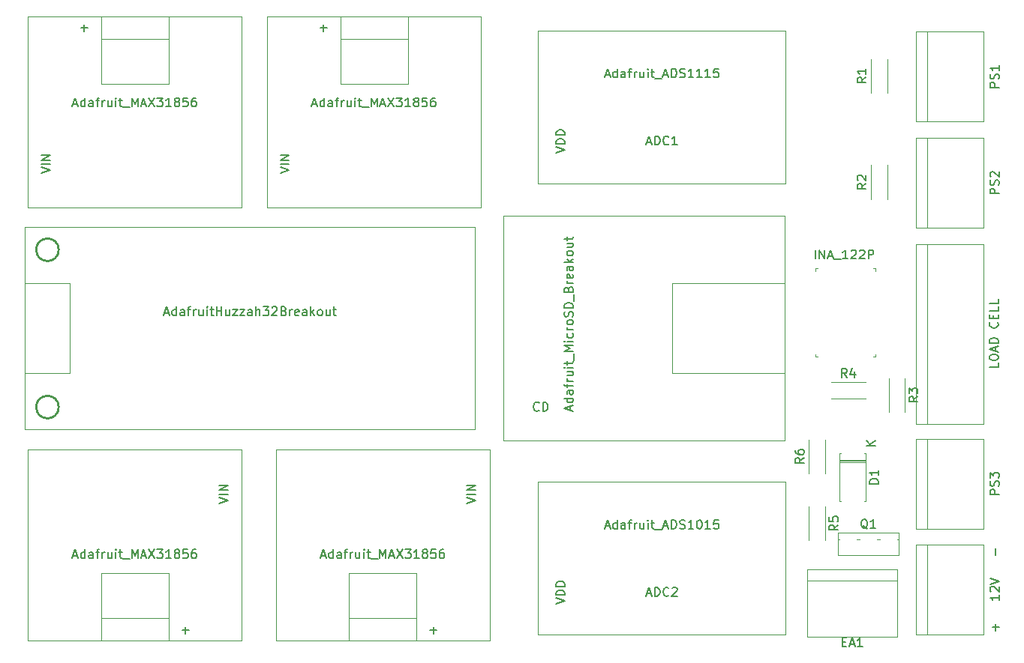
<source format=gbr>
G04 #@! TF.GenerationSoftware,KiCad,Pcbnew,(5.1.6)-1*
G04 #@! TF.CreationDate,2020-12-05T12:47:16+01:00*
G04 #@! TF.ProjectId,Test Stand PCB,54657374-2053-4746-916e-64205043422e,rev?*
G04 #@! TF.SameCoordinates,Original*
G04 #@! TF.FileFunction,Legend,Top*
G04 #@! TF.FilePolarity,Positive*
%FSLAX46Y46*%
G04 Gerber Fmt 4.6, Leading zero omitted, Abs format (unit mm)*
G04 Created by KiCad (PCBNEW (5.1.6)-1) date 2020-12-05 12:47:16*
%MOMM*%
%LPD*%
G01*
G04 APERTURE LIST*
%ADD10C,0.120000*%
%ADD11C,0.100000*%
%ADD12C,0.254000*%
%ADD13C,0.150000*%
G04 APERTURE END LIST*
D10*
X145470000Y-88870000D02*
X142530000Y-88870000D01*
X145470000Y-89110000D02*
X142530000Y-89110000D01*
X145470000Y-88990000D02*
X142530000Y-88990000D01*
X142530000Y-93530000D02*
X142660000Y-93530000D01*
X142530000Y-88090000D02*
X142530000Y-93530000D01*
X142660000Y-88090000D02*
X142530000Y-88090000D01*
X145470000Y-93530000D02*
X145340000Y-93530000D01*
X145470000Y-88090000D02*
X145470000Y-93530000D01*
X145340000Y-88090000D02*
X145470000Y-88090000D01*
X142380000Y-97110000D02*
X149200000Y-97110000D01*
X142380000Y-99650000D02*
X149200000Y-99650000D01*
X142380000Y-97110000D02*
X142380000Y-99650000D01*
X149200000Y-97110000D02*
X149200000Y-99650000D01*
X142380000Y-97849000D02*
X142491000Y-97849000D01*
X144509000Y-97849000D02*
X144782000Y-97849000D01*
X146799000Y-97849000D02*
X147072000Y-97849000D01*
X149089000Y-97849000D02*
X149200000Y-97849000D01*
X140920000Y-90380000D02*
X140920000Y-86540000D01*
X139080000Y-90380000D02*
X139080000Y-86540000D01*
X139080000Y-94120000D02*
X139080000Y-97960000D01*
X140920000Y-94120000D02*
X140920000Y-97960000D01*
X149040000Y-101190000D02*
X138880000Y-101190000D01*
X149040000Y-108810000D02*
X149040000Y-101190000D01*
X138880000Y-108810000D02*
X149040000Y-108810000D01*
X138880000Y-101190000D02*
X138880000Y-108810000D01*
X138880000Y-102460000D02*
X149040000Y-102460000D01*
X123675000Y-68920000D02*
X136375000Y-68920000D01*
X123675000Y-79080000D02*
X123675000Y-68920000D01*
X136375000Y-79080000D02*
X123675000Y-79080000D01*
X136375000Y-61300000D02*
X136375000Y-86700000D01*
X104625000Y-61300000D02*
X136375000Y-61300000D01*
X104625000Y-86700000D02*
X104625000Y-61300000D01*
X136375000Y-86700000D02*
X104625000Y-86700000D01*
X59190000Y-41245000D02*
X66810000Y-41245000D01*
X66810000Y-46325000D02*
X66810000Y-38705000D01*
X59190000Y-46325000D02*
X66810000Y-46325000D01*
X59190000Y-38705000D02*
X59190000Y-46325000D01*
X50935000Y-60295000D02*
X75065000Y-60295000D01*
X50935000Y-38705000D02*
X50935000Y-60295000D01*
X75065000Y-38705000D02*
X50935000Y-38705000D01*
X75065000Y-38705000D02*
X75065000Y-60295000D01*
X66810000Y-106755000D02*
X59190000Y-106755000D01*
X59190000Y-101675000D02*
X59190000Y-109295000D01*
X66810000Y-101675000D02*
X59190000Y-101675000D01*
X66810000Y-109295000D02*
X66810000Y-101675000D01*
X75065000Y-87705000D02*
X50935000Y-87705000D01*
X75065000Y-109295000D02*
X75065000Y-87705000D01*
X50935000Y-109295000D02*
X75065000Y-109295000D01*
X50935000Y-109295000D02*
X50935000Y-87705000D01*
D11*
X146600000Y-76900000D02*
X146600000Y-77200000D01*
X146600000Y-77200000D02*
X146300000Y-77200000D01*
X139800000Y-76900000D02*
X139800000Y-77200000D01*
X139800000Y-77200000D02*
X140100000Y-77200000D01*
X139800000Y-67500000D02*
X139800000Y-67200000D01*
X139800000Y-67200000D02*
X140100000Y-67200000D01*
X146600000Y-67500000D02*
X146600000Y-67200000D01*
X146600000Y-67200000D02*
X146300000Y-67200000D01*
D10*
X94810000Y-106755000D02*
X87190000Y-106755000D01*
X87190000Y-101675000D02*
X87190000Y-109295000D01*
X94810000Y-101675000D02*
X87190000Y-101675000D01*
X94810000Y-109295000D02*
X94810000Y-101675000D01*
X103065000Y-87705000D02*
X78935000Y-87705000D01*
X103065000Y-109295000D02*
X103065000Y-87705000D01*
X78935000Y-109295000D02*
X103065000Y-109295000D01*
X78935000Y-109295000D02*
X78935000Y-87705000D01*
X86190000Y-41245000D02*
X93810000Y-41245000D01*
X93810000Y-46325000D02*
X93810000Y-38705000D01*
X86190000Y-46325000D02*
X93810000Y-46325000D01*
X86190000Y-38705000D02*
X86190000Y-46325000D01*
X77935000Y-60295000D02*
X102065000Y-60295000D01*
X77935000Y-38705000D02*
X77935000Y-60295000D01*
X102065000Y-38705000D02*
X77935000Y-38705000D01*
X102065000Y-38705000D02*
X102065000Y-60295000D01*
X55680000Y-79080000D02*
X50600000Y-79080000D01*
X55680000Y-68920000D02*
X55680000Y-79080000D01*
X50600000Y-68920000D02*
X55680000Y-68920000D01*
X50600000Y-62570000D02*
X50600000Y-85430000D01*
X101400000Y-62570000D02*
X101400000Y-85430000D01*
D12*
X54410000Y-65110000D02*
G75*
G03*
X54410000Y-65110000I-1270000J0D01*
G01*
X54410000Y-82890000D02*
G75*
G03*
X54410000Y-82890000I-1270000J0D01*
G01*
D10*
X50600000Y-62570000D02*
X101400000Y-62570000D01*
X50600000Y-85430000D02*
X101400000Y-85430000D01*
X141620000Y-81920000D02*
X145460000Y-81920000D01*
X141620000Y-80080000D02*
X145460000Y-80080000D01*
X148080000Y-79620000D02*
X148080000Y-83460000D01*
X149920000Y-79620000D02*
X149920000Y-83460000D01*
X147920000Y-59380000D02*
X147920000Y-55540000D01*
X146080000Y-59380000D02*
X146080000Y-55540000D01*
X147920000Y-47380000D02*
X147920000Y-43540000D01*
X146080000Y-47380000D02*
X146080000Y-43540000D01*
X151190000Y-98460000D02*
X151190000Y-108620000D01*
X158810000Y-98460000D02*
X151190000Y-98460000D01*
X158810000Y-108620000D02*
X158810000Y-98460000D01*
X151190000Y-108620000D02*
X158810000Y-108620000D01*
X152460000Y-108620000D02*
X152460000Y-98460000D01*
X151190000Y-64460000D02*
X151190000Y-84780000D01*
X158810000Y-64460000D02*
X158810000Y-84780000D01*
X152460000Y-84780000D02*
X152460000Y-64460000D01*
X151190000Y-84780000D02*
X158810000Y-84780000D01*
X158810000Y-64460000D02*
X151190000Y-64460000D01*
X151190000Y-86460000D02*
X151190000Y-96620000D01*
X158810000Y-86460000D02*
X151190000Y-86460000D01*
X158810000Y-96620000D02*
X158810000Y-86460000D01*
X151190000Y-96620000D02*
X158810000Y-96620000D01*
X152460000Y-96620000D02*
X152460000Y-86460000D01*
X151190000Y-52460000D02*
X151190000Y-62620000D01*
X158810000Y-52460000D02*
X151190000Y-52460000D01*
X158810000Y-62620000D02*
X158810000Y-52460000D01*
X151190000Y-62620000D02*
X158810000Y-62620000D01*
X152460000Y-62620000D02*
X152460000Y-52460000D01*
X151190000Y-40460000D02*
X151190000Y-50620000D01*
X158810000Y-40460000D02*
X151190000Y-40460000D01*
X158810000Y-50620000D02*
X158810000Y-40460000D01*
X151190000Y-50620000D02*
X158810000Y-50620000D01*
X152460000Y-50620000D02*
X152460000Y-40460000D01*
X108530000Y-91364000D02*
X108530000Y-108636000D01*
X136470000Y-91364000D02*
X136470000Y-108636000D01*
X108530000Y-108636000D02*
X136470000Y-108636000D01*
X108530000Y-91364000D02*
X136470000Y-91364000D01*
X108530000Y-40364000D02*
X108530000Y-57636000D01*
X136470000Y-40364000D02*
X136470000Y-57636000D01*
X108530000Y-40364000D02*
X136470000Y-40364000D01*
X108530000Y-57636000D02*
X136470000Y-57636000D01*
D13*
X146922380Y-91548095D02*
X145922380Y-91548095D01*
X145922380Y-91310000D01*
X145970000Y-91167142D01*
X146065238Y-91071904D01*
X146160476Y-91024285D01*
X146350952Y-90976666D01*
X146493809Y-90976666D01*
X146684285Y-91024285D01*
X146779523Y-91071904D01*
X146874761Y-91167142D01*
X146922380Y-91310000D01*
X146922380Y-91548095D01*
X146922380Y-90024285D02*
X146922380Y-90595714D01*
X146922380Y-90310000D02*
X145922380Y-90310000D01*
X146065238Y-90405238D01*
X146160476Y-90500476D01*
X146208095Y-90595714D01*
X146552380Y-87261904D02*
X145552380Y-87261904D01*
X146552380Y-86690476D02*
X145980952Y-87119047D01*
X145552380Y-86690476D02*
X146123809Y-87261904D01*
X145694761Y-96657619D02*
X145599523Y-96610000D01*
X145504285Y-96514761D01*
X145361428Y-96371904D01*
X145266190Y-96324285D01*
X145170952Y-96324285D01*
X145218571Y-96562380D02*
X145123333Y-96514761D01*
X145028095Y-96419523D01*
X144980476Y-96229047D01*
X144980476Y-95895714D01*
X145028095Y-95705238D01*
X145123333Y-95610000D01*
X145218571Y-95562380D01*
X145409047Y-95562380D01*
X145504285Y-95610000D01*
X145599523Y-95705238D01*
X145647142Y-95895714D01*
X145647142Y-96229047D01*
X145599523Y-96419523D01*
X145504285Y-96514761D01*
X145409047Y-96562380D01*
X145218571Y-96562380D01*
X146599523Y-96562380D02*
X146028095Y-96562380D01*
X146313809Y-96562380D02*
X146313809Y-95562380D01*
X146218571Y-95705238D01*
X146123333Y-95800476D01*
X146028095Y-95848095D01*
X138532380Y-88626666D02*
X138056190Y-88960000D01*
X138532380Y-89198095D02*
X137532380Y-89198095D01*
X137532380Y-88817142D01*
X137580000Y-88721904D01*
X137627619Y-88674285D01*
X137722857Y-88626666D01*
X137865714Y-88626666D01*
X137960952Y-88674285D01*
X138008571Y-88721904D01*
X138056190Y-88817142D01*
X138056190Y-89198095D01*
X137532380Y-87769523D02*
X137532380Y-87960000D01*
X137580000Y-88055238D01*
X137627619Y-88102857D01*
X137770476Y-88198095D01*
X137960952Y-88245714D01*
X138341904Y-88245714D01*
X138437142Y-88198095D01*
X138484761Y-88150476D01*
X138532380Y-88055238D01*
X138532380Y-87864761D01*
X138484761Y-87769523D01*
X138437142Y-87721904D01*
X138341904Y-87674285D01*
X138103809Y-87674285D01*
X138008571Y-87721904D01*
X137960952Y-87769523D01*
X137913333Y-87864761D01*
X137913333Y-88055238D01*
X137960952Y-88150476D01*
X138008571Y-88198095D01*
X138103809Y-88245714D01*
X142372380Y-96206666D02*
X141896190Y-96540000D01*
X142372380Y-96778095D02*
X141372380Y-96778095D01*
X141372380Y-96397142D01*
X141420000Y-96301904D01*
X141467619Y-96254285D01*
X141562857Y-96206666D01*
X141705714Y-96206666D01*
X141800952Y-96254285D01*
X141848571Y-96301904D01*
X141896190Y-96397142D01*
X141896190Y-96778095D01*
X141372380Y-95301904D02*
X141372380Y-95778095D01*
X141848571Y-95825714D01*
X141800952Y-95778095D01*
X141753333Y-95682857D01*
X141753333Y-95444761D01*
X141800952Y-95349523D01*
X141848571Y-95301904D01*
X141943809Y-95254285D01*
X142181904Y-95254285D01*
X142277142Y-95301904D01*
X142324761Y-95349523D01*
X142372380Y-95444761D01*
X142372380Y-95682857D01*
X142324761Y-95778095D01*
X142277142Y-95825714D01*
X142840952Y-109428571D02*
X143174285Y-109428571D01*
X143317142Y-109952380D02*
X142840952Y-109952380D01*
X142840952Y-108952380D01*
X143317142Y-108952380D01*
X143698095Y-109666666D02*
X144174285Y-109666666D01*
X143602857Y-109952380D02*
X143936190Y-108952380D01*
X144269523Y-109952380D01*
X145126666Y-109952380D02*
X144555238Y-109952380D01*
X144840952Y-109952380D02*
X144840952Y-108952380D01*
X144745714Y-109095238D01*
X144650476Y-109190476D01*
X144555238Y-109238095D01*
X112166666Y-83238095D02*
X112166666Y-82761904D01*
X112452380Y-83333333D02*
X111452380Y-83000000D01*
X112452380Y-82666666D01*
X112452380Y-81904761D02*
X111452380Y-81904761D01*
X112404761Y-81904761D02*
X112452380Y-82000000D01*
X112452380Y-82190476D01*
X112404761Y-82285714D01*
X112357142Y-82333333D01*
X112261904Y-82380952D01*
X111976190Y-82380952D01*
X111880952Y-82333333D01*
X111833333Y-82285714D01*
X111785714Y-82190476D01*
X111785714Y-82000000D01*
X111833333Y-81904761D01*
X112452380Y-81000000D02*
X111928571Y-81000000D01*
X111833333Y-81047619D01*
X111785714Y-81142857D01*
X111785714Y-81333333D01*
X111833333Y-81428571D01*
X112404761Y-81000000D02*
X112452380Y-81095238D01*
X112452380Y-81333333D01*
X112404761Y-81428571D01*
X112309523Y-81476190D01*
X112214285Y-81476190D01*
X112119047Y-81428571D01*
X112071428Y-81333333D01*
X112071428Y-81095238D01*
X112023809Y-81000000D01*
X111785714Y-80666666D02*
X111785714Y-80285714D01*
X112452380Y-80523809D02*
X111595238Y-80523809D01*
X111500000Y-80476190D01*
X111452380Y-80380952D01*
X111452380Y-80285714D01*
X112452380Y-79952380D02*
X111785714Y-79952380D01*
X111976190Y-79952380D02*
X111880952Y-79904761D01*
X111833333Y-79857142D01*
X111785714Y-79761904D01*
X111785714Y-79666666D01*
X111785714Y-78904761D02*
X112452380Y-78904761D01*
X111785714Y-79333333D02*
X112309523Y-79333333D01*
X112404761Y-79285714D01*
X112452380Y-79190476D01*
X112452380Y-79047619D01*
X112404761Y-78952380D01*
X112357142Y-78904761D01*
X112452380Y-78428571D02*
X111785714Y-78428571D01*
X111452380Y-78428571D02*
X111500000Y-78476190D01*
X111547619Y-78428571D01*
X111500000Y-78380952D01*
X111452380Y-78428571D01*
X111547619Y-78428571D01*
X111785714Y-78095238D02*
X111785714Y-77714285D01*
X111452380Y-77952380D02*
X112309523Y-77952380D01*
X112404761Y-77904761D01*
X112452380Y-77809523D01*
X112452380Y-77714285D01*
X112547619Y-77619047D02*
X112547619Y-76857142D01*
X112452380Y-76619047D02*
X111452380Y-76619047D01*
X112166666Y-76285714D01*
X111452380Y-75952380D01*
X112452380Y-75952380D01*
X112452380Y-75476190D02*
X111785714Y-75476190D01*
X111452380Y-75476190D02*
X111500000Y-75523809D01*
X111547619Y-75476190D01*
X111500000Y-75428571D01*
X111452380Y-75476190D01*
X111547619Y-75476190D01*
X112404761Y-74571428D02*
X112452380Y-74666666D01*
X112452380Y-74857142D01*
X112404761Y-74952380D01*
X112357142Y-75000000D01*
X112261904Y-75047619D01*
X111976190Y-75047619D01*
X111880952Y-75000000D01*
X111833333Y-74952380D01*
X111785714Y-74857142D01*
X111785714Y-74666666D01*
X111833333Y-74571428D01*
X112452380Y-74142857D02*
X111785714Y-74142857D01*
X111976190Y-74142857D02*
X111880952Y-74095238D01*
X111833333Y-74047619D01*
X111785714Y-73952380D01*
X111785714Y-73857142D01*
X112452380Y-73380952D02*
X112404761Y-73476190D01*
X112357142Y-73523809D01*
X112261904Y-73571428D01*
X111976190Y-73571428D01*
X111880952Y-73523809D01*
X111833333Y-73476190D01*
X111785714Y-73380952D01*
X111785714Y-73238095D01*
X111833333Y-73142857D01*
X111880952Y-73095238D01*
X111976190Y-73047619D01*
X112261904Y-73047619D01*
X112357142Y-73095238D01*
X112404761Y-73142857D01*
X112452380Y-73238095D01*
X112452380Y-73380952D01*
X112404761Y-72666666D02*
X112452380Y-72523809D01*
X112452380Y-72285714D01*
X112404761Y-72190476D01*
X112357142Y-72142857D01*
X112261904Y-72095238D01*
X112166666Y-72095238D01*
X112071428Y-72142857D01*
X112023809Y-72190476D01*
X111976190Y-72285714D01*
X111928571Y-72476190D01*
X111880952Y-72571428D01*
X111833333Y-72619047D01*
X111738095Y-72666666D01*
X111642857Y-72666666D01*
X111547619Y-72619047D01*
X111500000Y-72571428D01*
X111452380Y-72476190D01*
X111452380Y-72238095D01*
X111500000Y-72095238D01*
X112452380Y-71666666D02*
X111452380Y-71666666D01*
X111452380Y-71428571D01*
X111500000Y-71285714D01*
X111595238Y-71190476D01*
X111690476Y-71142857D01*
X111880952Y-71095238D01*
X112023809Y-71095238D01*
X112214285Y-71142857D01*
X112309523Y-71190476D01*
X112404761Y-71285714D01*
X112452380Y-71428571D01*
X112452380Y-71666666D01*
X112547619Y-70904761D02*
X112547619Y-70142857D01*
X111928571Y-69571428D02*
X111976190Y-69428571D01*
X112023809Y-69380952D01*
X112119047Y-69333333D01*
X112261904Y-69333333D01*
X112357142Y-69380952D01*
X112404761Y-69428571D01*
X112452380Y-69523809D01*
X112452380Y-69904761D01*
X111452380Y-69904761D01*
X111452380Y-69571428D01*
X111500000Y-69476190D01*
X111547619Y-69428571D01*
X111642857Y-69380952D01*
X111738095Y-69380952D01*
X111833333Y-69428571D01*
X111880952Y-69476190D01*
X111928571Y-69571428D01*
X111928571Y-69904761D01*
X112452380Y-68904761D02*
X111785714Y-68904761D01*
X111976190Y-68904761D02*
X111880952Y-68857142D01*
X111833333Y-68809523D01*
X111785714Y-68714285D01*
X111785714Y-68619047D01*
X112404761Y-67904761D02*
X112452380Y-68000000D01*
X112452380Y-68190476D01*
X112404761Y-68285714D01*
X112309523Y-68333333D01*
X111928571Y-68333333D01*
X111833333Y-68285714D01*
X111785714Y-68190476D01*
X111785714Y-68000000D01*
X111833333Y-67904761D01*
X111928571Y-67857142D01*
X112023809Y-67857142D01*
X112119047Y-68333333D01*
X112452380Y-67000000D02*
X111928571Y-67000000D01*
X111833333Y-67047619D01*
X111785714Y-67142857D01*
X111785714Y-67333333D01*
X111833333Y-67428571D01*
X112404761Y-67000000D02*
X112452380Y-67095238D01*
X112452380Y-67333333D01*
X112404761Y-67428571D01*
X112309523Y-67476190D01*
X112214285Y-67476190D01*
X112119047Y-67428571D01*
X112071428Y-67333333D01*
X112071428Y-67095238D01*
X112023809Y-67000000D01*
X112452380Y-66523809D02*
X111452380Y-66523809D01*
X112071428Y-66428571D02*
X112452380Y-66142857D01*
X111785714Y-66142857D02*
X112166666Y-66523809D01*
X112452380Y-65571428D02*
X112404761Y-65666666D01*
X112357142Y-65714285D01*
X112261904Y-65761904D01*
X111976190Y-65761904D01*
X111880952Y-65714285D01*
X111833333Y-65666666D01*
X111785714Y-65571428D01*
X111785714Y-65428571D01*
X111833333Y-65333333D01*
X111880952Y-65285714D01*
X111976190Y-65238095D01*
X112261904Y-65238095D01*
X112357142Y-65285714D01*
X112404761Y-65333333D01*
X112452380Y-65428571D01*
X112452380Y-65571428D01*
X111785714Y-64380952D02*
X112452380Y-64380952D01*
X111785714Y-64809523D02*
X112309523Y-64809523D01*
X112404761Y-64761904D01*
X112452380Y-64666666D01*
X112452380Y-64523809D01*
X112404761Y-64428571D01*
X112357142Y-64380952D01*
X111785714Y-64047619D02*
X111785714Y-63666666D01*
X111452380Y-63904761D02*
X112309523Y-63904761D01*
X112404761Y-63857142D01*
X112452380Y-63761904D01*
X112452380Y-63666666D01*
X108625523Y-83247142D02*
X108577904Y-83294761D01*
X108435047Y-83342380D01*
X108339809Y-83342380D01*
X108196952Y-83294761D01*
X108101714Y-83199523D01*
X108054095Y-83104285D01*
X108006476Y-82913809D01*
X108006476Y-82770952D01*
X108054095Y-82580476D01*
X108101714Y-82485238D01*
X108196952Y-82390000D01*
X108339809Y-82342380D01*
X108435047Y-82342380D01*
X108577904Y-82390000D01*
X108625523Y-82437619D01*
X109054095Y-83342380D02*
X109054095Y-82342380D01*
X109292190Y-82342380D01*
X109435047Y-82390000D01*
X109530285Y-82485238D01*
X109577904Y-82580476D01*
X109625523Y-82770952D01*
X109625523Y-82913809D01*
X109577904Y-83104285D01*
X109530285Y-83199523D01*
X109435047Y-83294761D01*
X109292190Y-83342380D01*
X109054095Y-83342380D01*
X56047619Y-48650666D02*
X56523809Y-48650666D01*
X55952380Y-48936380D02*
X56285714Y-47936380D01*
X56619047Y-48936380D01*
X57380952Y-48936380D02*
X57380952Y-47936380D01*
X57380952Y-48888761D02*
X57285714Y-48936380D01*
X57095238Y-48936380D01*
X57000000Y-48888761D01*
X56952380Y-48841142D01*
X56904761Y-48745904D01*
X56904761Y-48460190D01*
X56952380Y-48364952D01*
X57000000Y-48317333D01*
X57095238Y-48269714D01*
X57285714Y-48269714D01*
X57380952Y-48317333D01*
X58285714Y-48936380D02*
X58285714Y-48412571D01*
X58238095Y-48317333D01*
X58142857Y-48269714D01*
X57952380Y-48269714D01*
X57857142Y-48317333D01*
X58285714Y-48888761D02*
X58190476Y-48936380D01*
X57952380Y-48936380D01*
X57857142Y-48888761D01*
X57809523Y-48793523D01*
X57809523Y-48698285D01*
X57857142Y-48603047D01*
X57952380Y-48555428D01*
X58190476Y-48555428D01*
X58285714Y-48507809D01*
X58619047Y-48269714D02*
X59000000Y-48269714D01*
X58761904Y-48936380D02*
X58761904Y-48079238D01*
X58809523Y-47984000D01*
X58904761Y-47936380D01*
X59000000Y-47936380D01*
X59333333Y-48936380D02*
X59333333Y-48269714D01*
X59333333Y-48460190D02*
X59380952Y-48364952D01*
X59428571Y-48317333D01*
X59523809Y-48269714D01*
X59619047Y-48269714D01*
X60380952Y-48269714D02*
X60380952Y-48936380D01*
X59952380Y-48269714D02*
X59952380Y-48793523D01*
X60000000Y-48888761D01*
X60095238Y-48936380D01*
X60238095Y-48936380D01*
X60333333Y-48888761D01*
X60380952Y-48841142D01*
X60857142Y-48936380D02*
X60857142Y-48269714D01*
X60857142Y-47936380D02*
X60809523Y-47984000D01*
X60857142Y-48031619D01*
X60904761Y-47984000D01*
X60857142Y-47936380D01*
X60857142Y-48031619D01*
X61190476Y-48269714D02*
X61571428Y-48269714D01*
X61333333Y-47936380D02*
X61333333Y-48793523D01*
X61380952Y-48888761D01*
X61476190Y-48936380D01*
X61571428Y-48936380D01*
X61666666Y-49031619D02*
X62428571Y-49031619D01*
X62666666Y-48936380D02*
X62666666Y-47936380D01*
X63000000Y-48650666D01*
X63333333Y-47936380D01*
X63333333Y-48936380D01*
X63761904Y-48650666D02*
X64238095Y-48650666D01*
X63666666Y-48936380D02*
X64000000Y-47936380D01*
X64333333Y-48936380D01*
X64571428Y-47936380D02*
X65238095Y-48936380D01*
X65238095Y-47936380D02*
X64571428Y-48936380D01*
X65523809Y-47936380D02*
X66142857Y-47936380D01*
X65809523Y-48317333D01*
X65952380Y-48317333D01*
X66047619Y-48364952D01*
X66095238Y-48412571D01*
X66142857Y-48507809D01*
X66142857Y-48745904D01*
X66095238Y-48841142D01*
X66047619Y-48888761D01*
X65952380Y-48936380D01*
X65666666Y-48936380D01*
X65571428Y-48888761D01*
X65523809Y-48841142D01*
X67095238Y-48936380D02*
X66523809Y-48936380D01*
X66809523Y-48936380D02*
X66809523Y-47936380D01*
X66714285Y-48079238D01*
X66619047Y-48174476D01*
X66523809Y-48222095D01*
X67666666Y-48364952D02*
X67571428Y-48317333D01*
X67523809Y-48269714D01*
X67476190Y-48174476D01*
X67476190Y-48126857D01*
X67523809Y-48031619D01*
X67571428Y-47984000D01*
X67666666Y-47936380D01*
X67857142Y-47936380D01*
X67952380Y-47984000D01*
X68000000Y-48031619D01*
X68047619Y-48126857D01*
X68047619Y-48174476D01*
X68000000Y-48269714D01*
X67952380Y-48317333D01*
X67857142Y-48364952D01*
X67666666Y-48364952D01*
X67571428Y-48412571D01*
X67523809Y-48460190D01*
X67476190Y-48555428D01*
X67476190Y-48745904D01*
X67523809Y-48841142D01*
X67571428Y-48888761D01*
X67666666Y-48936380D01*
X67857142Y-48936380D01*
X67952380Y-48888761D01*
X68000000Y-48841142D01*
X68047619Y-48745904D01*
X68047619Y-48555428D01*
X68000000Y-48460190D01*
X67952380Y-48412571D01*
X67857142Y-48364952D01*
X68952380Y-47936380D02*
X68476190Y-47936380D01*
X68428571Y-48412571D01*
X68476190Y-48364952D01*
X68571428Y-48317333D01*
X68809523Y-48317333D01*
X68904761Y-48364952D01*
X68952380Y-48412571D01*
X69000000Y-48507809D01*
X69000000Y-48745904D01*
X68952380Y-48841142D01*
X68904761Y-48888761D01*
X68809523Y-48936380D01*
X68571428Y-48936380D01*
X68476190Y-48888761D01*
X68428571Y-48841142D01*
X69857142Y-47936380D02*
X69666666Y-47936380D01*
X69571428Y-47984000D01*
X69523809Y-48031619D01*
X69428571Y-48174476D01*
X69380952Y-48364952D01*
X69380952Y-48745904D01*
X69428571Y-48841142D01*
X69476190Y-48888761D01*
X69571428Y-48936380D01*
X69761904Y-48936380D01*
X69857142Y-48888761D01*
X69904761Y-48841142D01*
X69952380Y-48745904D01*
X69952380Y-48507809D01*
X69904761Y-48412571D01*
X69857142Y-48364952D01*
X69761904Y-48317333D01*
X69571428Y-48317333D01*
X69476190Y-48364952D01*
X69428571Y-48412571D01*
X69380952Y-48507809D01*
X56904047Y-40046428D02*
X57665952Y-40046428D01*
X57285000Y-40427380D02*
X57285000Y-39665476D01*
X52419380Y-56437238D02*
X53419380Y-56103904D01*
X52419380Y-55770571D01*
X53419380Y-55437238D02*
X52419380Y-55437238D01*
X53419380Y-54961047D02*
X52419380Y-54961047D01*
X53419380Y-54389619D01*
X52419380Y-54389619D01*
X56047619Y-99682666D02*
X56523809Y-99682666D01*
X55952380Y-99968380D02*
X56285714Y-98968380D01*
X56619047Y-99968380D01*
X57380952Y-99968380D02*
X57380952Y-98968380D01*
X57380952Y-99920761D02*
X57285714Y-99968380D01*
X57095238Y-99968380D01*
X57000000Y-99920761D01*
X56952380Y-99873142D01*
X56904761Y-99777904D01*
X56904761Y-99492190D01*
X56952380Y-99396952D01*
X57000000Y-99349333D01*
X57095238Y-99301714D01*
X57285714Y-99301714D01*
X57380952Y-99349333D01*
X58285714Y-99968380D02*
X58285714Y-99444571D01*
X58238095Y-99349333D01*
X58142857Y-99301714D01*
X57952380Y-99301714D01*
X57857142Y-99349333D01*
X58285714Y-99920761D02*
X58190476Y-99968380D01*
X57952380Y-99968380D01*
X57857142Y-99920761D01*
X57809523Y-99825523D01*
X57809523Y-99730285D01*
X57857142Y-99635047D01*
X57952380Y-99587428D01*
X58190476Y-99587428D01*
X58285714Y-99539809D01*
X58619047Y-99301714D02*
X59000000Y-99301714D01*
X58761904Y-99968380D02*
X58761904Y-99111238D01*
X58809523Y-99016000D01*
X58904761Y-98968380D01*
X59000000Y-98968380D01*
X59333333Y-99968380D02*
X59333333Y-99301714D01*
X59333333Y-99492190D02*
X59380952Y-99396952D01*
X59428571Y-99349333D01*
X59523809Y-99301714D01*
X59619047Y-99301714D01*
X60380952Y-99301714D02*
X60380952Y-99968380D01*
X59952380Y-99301714D02*
X59952380Y-99825523D01*
X60000000Y-99920761D01*
X60095238Y-99968380D01*
X60238095Y-99968380D01*
X60333333Y-99920761D01*
X60380952Y-99873142D01*
X60857142Y-99968380D02*
X60857142Y-99301714D01*
X60857142Y-98968380D02*
X60809523Y-99016000D01*
X60857142Y-99063619D01*
X60904761Y-99016000D01*
X60857142Y-98968380D01*
X60857142Y-99063619D01*
X61190476Y-99301714D02*
X61571428Y-99301714D01*
X61333333Y-98968380D02*
X61333333Y-99825523D01*
X61380952Y-99920761D01*
X61476190Y-99968380D01*
X61571428Y-99968380D01*
X61666666Y-100063619D02*
X62428571Y-100063619D01*
X62666666Y-99968380D02*
X62666666Y-98968380D01*
X63000000Y-99682666D01*
X63333333Y-98968380D01*
X63333333Y-99968380D01*
X63761904Y-99682666D02*
X64238095Y-99682666D01*
X63666666Y-99968380D02*
X64000000Y-98968380D01*
X64333333Y-99968380D01*
X64571428Y-98968380D02*
X65238095Y-99968380D01*
X65238095Y-98968380D02*
X64571428Y-99968380D01*
X65523809Y-98968380D02*
X66142857Y-98968380D01*
X65809523Y-99349333D01*
X65952380Y-99349333D01*
X66047619Y-99396952D01*
X66095238Y-99444571D01*
X66142857Y-99539809D01*
X66142857Y-99777904D01*
X66095238Y-99873142D01*
X66047619Y-99920761D01*
X65952380Y-99968380D01*
X65666666Y-99968380D01*
X65571428Y-99920761D01*
X65523809Y-99873142D01*
X67095238Y-99968380D02*
X66523809Y-99968380D01*
X66809523Y-99968380D02*
X66809523Y-98968380D01*
X66714285Y-99111238D01*
X66619047Y-99206476D01*
X66523809Y-99254095D01*
X67666666Y-99396952D02*
X67571428Y-99349333D01*
X67523809Y-99301714D01*
X67476190Y-99206476D01*
X67476190Y-99158857D01*
X67523809Y-99063619D01*
X67571428Y-99016000D01*
X67666666Y-98968380D01*
X67857142Y-98968380D01*
X67952380Y-99016000D01*
X68000000Y-99063619D01*
X68047619Y-99158857D01*
X68047619Y-99206476D01*
X68000000Y-99301714D01*
X67952380Y-99349333D01*
X67857142Y-99396952D01*
X67666666Y-99396952D01*
X67571428Y-99444571D01*
X67523809Y-99492190D01*
X67476190Y-99587428D01*
X67476190Y-99777904D01*
X67523809Y-99873142D01*
X67571428Y-99920761D01*
X67666666Y-99968380D01*
X67857142Y-99968380D01*
X67952380Y-99920761D01*
X68000000Y-99873142D01*
X68047619Y-99777904D01*
X68047619Y-99587428D01*
X68000000Y-99492190D01*
X67952380Y-99444571D01*
X67857142Y-99396952D01*
X68952380Y-98968380D02*
X68476190Y-98968380D01*
X68428571Y-99444571D01*
X68476190Y-99396952D01*
X68571428Y-99349333D01*
X68809523Y-99349333D01*
X68904761Y-99396952D01*
X68952380Y-99444571D01*
X69000000Y-99539809D01*
X69000000Y-99777904D01*
X68952380Y-99873142D01*
X68904761Y-99920761D01*
X68809523Y-99968380D01*
X68571428Y-99968380D01*
X68476190Y-99920761D01*
X68428571Y-99873142D01*
X69857142Y-98968380D02*
X69666666Y-98968380D01*
X69571428Y-99016000D01*
X69523809Y-99063619D01*
X69428571Y-99206476D01*
X69380952Y-99396952D01*
X69380952Y-99777904D01*
X69428571Y-99873142D01*
X69476190Y-99920761D01*
X69571428Y-99968380D01*
X69761904Y-99968380D01*
X69857142Y-99920761D01*
X69904761Y-99873142D01*
X69952380Y-99777904D01*
X69952380Y-99539809D01*
X69904761Y-99444571D01*
X69857142Y-99396952D01*
X69761904Y-99349333D01*
X69571428Y-99349333D01*
X69476190Y-99396952D01*
X69428571Y-99444571D01*
X69380952Y-99539809D01*
X68334047Y-108096428D02*
X69095952Y-108096428D01*
X68715000Y-108477380D02*
X68715000Y-107715476D01*
X72485380Y-93753238D02*
X73485380Y-93419904D01*
X72485380Y-93086571D01*
X73485380Y-92753238D02*
X72485380Y-92753238D01*
X73485380Y-92277047D02*
X72485380Y-92277047D01*
X73485380Y-91705619D01*
X72485380Y-91705619D01*
X139798095Y-66122380D02*
X139798095Y-65122380D01*
X140274285Y-66122380D02*
X140274285Y-65122380D01*
X140845714Y-66122380D01*
X140845714Y-65122380D01*
X141274285Y-65836666D02*
X141750476Y-65836666D01*
X141179047Y-66122380D02*
X141512380Y-65122380D01*
X141845714Y-66122380D01*
X141940952Y-66217619D02*
X142702857Y-66217619D01*
X143464761Y-66122380D02*
X142893333Y-66122380D01*
X143179047Y-66122380D02*
X143179047Y-65122380D01*
X143083809Y-65265238D01*
X142988571Y-65360476D01*
X142893333Y-65408095D01*
X143845714Y-65217619D02*
X143893333Y-65170000D01*
X143988571Y-65122380D01*
X144226666Y-65122380D01*
X144321904Y-65170000D01*
X144369523Y-65217619D01*
X144417142Y-65312857D01*
X144417142Y-65408095D01*
X144369523Y-65550952D01*
X143798095Y-66122380D01*
X144417142Y-66122380D01*
X144798095Y-65217619D02*
X144845714Y-65170000D01*
X144940952Y-65122380D01*
X145179047Y-65122380D01*
X145274285Y-65170000D01*
X145321904Y-65217619D01*
X145369523Y-65312857D01*
X145369523Y-65408095D01*
X145321904Y-65550952D01*
X144750476Y-66122380D01*
X145369523Y-66122380D01*
X145798095Y-66122380D02*
X145798095Y-65122380D01*
X146179047Y-65122380D01*
X146274285Y-65170000D01*
X146321904Y-65217619D01*
X146369523Y-65312857D01*
X146369523Y-65455714D01*
X146321904Y-65550952D01*
X146274285Y-65598571D01*
X146179047Y-65646190D01*
X145798095Y-65646190D01*
X84047619Y-99682666D02*
X84523809Y-99682666D01*
X83952380Y-99968380D02*
X84285714Y-98968380D01*
X84619047Y-99968380D01*
X85380952Y-99968380D02*
X85380952Y-98968380D01*
X85380952Y-99920761D02*
X85285714Y-99968380D01*
X85095238Y-99968380D01*
X85000000Y-99920761D01*
X84952380Y-99873142D01*
X84904761Y-99777904D01*
X84904761Y-99492190D01*
X84952380Y-99396952D01*
X85000000Y-99349333D01*
X85095238Y-99301714D01*
X85285714Y-99301714D01*
X85380952Y-99349333D01*
X86285714Y-99968380D02*
X86285714Y-99444571D01*
X86238095Y-99349333D01*
X86142857Y-99301714D01*
X85952380Y-99301714D01*
X85857142Y-99349333D01*
X86285714Y-99920761D02*
X86190476Y-99968380D01*
X85952380Y-99968380D01*
X85857142Y-99920761D01*
X85809523Y-99825523D01*
X85809523Y-99730285D01*
X85857142Y-99635047D01*
X85952380Y-99587428D01*
X86190476Y-99587428D01*
X86285714Y-99539809D01*
X86619047Y-99301714D02*
X87000000Y-99301714D01*
X86761904Y-99968380D02*
X86761904Y-99111238D01*
X86809523Y-99016000D01*
X86904761Y-98968380D01*
X87000000Y-98968380D01*
X87333333Y-99968380D02*
X87333333Y-99301714D01*
X87333333Y-99492190D02*
X87380952Y-99396952D01*
X87428571Y-99349333D01*
X87523809Y-99301714D01*
X87619047Y-99301714D01*
X88380952Y-99301714D02*
X88380952Y-99968380D01*
X87952380Y-99301714D02*
X87952380Y-99825523D01*
X88000000Y-99920761D01*
X88095238Y-99968380D01*
X88238095Y-99968380D01*
X88333333Y-99920761D01*
X88380952Y-99873142D01*
X88857142Y-99968380D02*
X88857142Y-99301714D01*
X88857142Y-98968380D02*
X88809523Y-99016000D01*
X88857142Y-99063619D01*
X88904761Y-99016000D01*
X88857142Y-98968380D01*
X88857142Y-99063619D01*
X89190476Y-99301714D02*
X89571428Y-99301714D01*
X89333333Y-98968380D02*
X89333333Y-99825523D01*
X89380952Y-99920761D01*
X89476190Y-99968380D01*
X89571428Y-99968380D01*
X89666666Y-100063619D02*
X90428571Y-100063619D01*
X90666666Y-99968380D02*
X90666666Y-98968380D01*
X91000000Y-99682666D01*
X91333333Y-98968380D01*
X91333333Y-99968380D01*
X91761904Y-99682666D02*
X92238095Y-99682666D01*
X91666666Y-99968380D02*
X91999999Y-98968380D01*
X92333333Y-99968380D01*
X92571428Y-98968380D02*
X93238095Y-99968380D01*
X93238095Y-98968380D02*
X92571428Y-99968380D01*
X93523809Y-98968380D02*
X94142857Y-98968380D01*
X93809523Y-99349333D01*
X93952380Y-99349333D01*
X94047619Y-99396952D01*
X94095238Y-99444571D01*
X94142857Y-99539809D01*
X94142857Y-99777904D01*
X94095238Y-99873142D01*
X94047619Y-99920761D01*
X93952380Y-99968380D01*
X93666666Y-99968380D01*
X93571428Y-99920761D01*
X93523809Y-99873142D01*
X95095238Y-99968380D02*
X94523809Y-99968380D01*
X94809523Y-99968380D02*
X94809523Y-98968380D01*
X94714285Y-99111238D01*
X94619047Y-99206476D01*
X94523809Y-99254095D01*
X95666666Y-99396952D02*
X95571428Y-99349333D01*
X95523809Y-99301714D01*
X95476190Y-99206476D01*
X95476190Y-99158857D01*
X95523809Y-99063619D01*
X95571428Y-99016000D01*
X95666666Y-98968380D01*
X95857142Y-98968380D01*
X95952380Y-99016000D01*
X95999999Y-99063619D01*
X96047619Y-99158857D01*
X96047619Y-99206476D01*
X95999999Y-99301714D01*
X95952380Y-99349333D01*
X95857142Y-99396952D01*
X95666666Y-99396952D01*
X95571428Y-99444571D01*
X95523809Y-99492190D01*
X95476190Y-99587428D01*
X95476190Y-99777904D01*
X95523809Y-99873142D01*
X95571428Y-99920761D01*
X95666666Y-99968380D01*
X95857142Y-99968380D01*
X95952380Y-99920761D01*
X95999999Y-99873142D01*
X96047619Y-99777904D01*
X96047619Y-99587428D01*
X95999999Y-99492190D01*
X95952380Y-99444571D01*
X95857142Y-99396952D01*
X96952380Y-98968380D02*
X96476190Y-98968380D01*
X96428571Y-99444571D01*
X96476190Y-99396952D01*
X96571428Y-99349333D01*
X96809523Y-99349333D01*
X96904761Y-99396952D01*
X96952380Y-99444571D01*
X96999999Y-99539809D01*
X96999999Y-99777904D01*
X96952380Y-99873142D01*
X96904761Y-99920761D01*
X96809523Y-99968380D01*
X96571428Y-99968380D01*
X96476190Y-99920761D01*
X96428571Y-99873142D01*
X97857142Y-98968380D02*
X97666666Y-98968380D01*
X97571428Y-99016000D01*
X97523809Y-99063619D01*
X97428571Y-99206476D01*
X97380952Y-99396952D01*
X97380952Y-99777904D01*
X97428571Y-99873142D01*
X97476190Y-99920761D01*
X97571428Y-99968380D01*
X97761904Y-99968380D01*
X97857142Y-99920761D01*
X97904761Y-99873142D01*
X97952380Y-99777904D01*
X97952380Y-99539809D01*
X97904761Y-99444571D01*
X97857142Y-99396952D01*
X97761904Y-99349333D01*
X97571428Y-99349333D01*
X97476190Y-99396952D01*
X97428571Y-99444571D01*
X97380952Y-99539809D01*
X96334047Y-108096428D02*
X97095952Y-108096428D01*
X96715000Y-108477380D02*
X96715000Y-107715476D01*
X100485380Y-93753238D02*
X101485380Y-93419904D01*
X100485380Y-93086571D01*
X101485380Y-92753238D02*
X100485380Y-92753238D01*
X101485380Y-92277047D02*
X100485380Y-92277047D01*
X101485380Y-91705619D01*
X100485380Y-91705619D01*
X83047619Y-48650666D02*
X83523809Y-48650666D01*
X82952380Y-48936380D02*
X83285714Y-47936380D01*
X83619047Y-48936380D01*
X84380952Y-48936380D02*
X84380952Y-47936380D01*
X84380952Y-48888761D02*
X84285714Y-48936380D01*
X84095238Y-48936380D01*
X84000000Y-48888761D01*
X83952380Y-48841142D01*
X83904761Y-48745904D01*
X83904761Y-48460190D01*
X83952380Y-48364952D01*
X84000000Y-48317333D01*
X84095238Y-48269714D01*
X84285714Y-48269714D01*
X84380952Y-48317333D01*
X85285714Y-48936380D02*
X85285714Y-48412571D01*
X85238095Y-48317333D01*
X85142857Y-48269714D01*
X84952380Y-48269714D01*
X84857142Y-48317333D01*
X85285714Y-48888761D02*
X85190476Y-48936380D01*
X84952380Y-48936380D01*
X84857142Y-48888761D01*
X84809523Y-48793523D01*
X84809523Y-48698285D01*
X84857142Y-48603047D01*
X84952380Y-48555428D01*
X85190476Y-48555428D01*
X85285714Y-48507809D01*
X85619047Y-48269714D02*
X86000000Y-48269714D01*
X85761904Y-48936380D02*
X85761904Y-48079238D01*
X85809523Y-47984000D01*
X85904761Y-47936380D01*
X86000000Y-47936380D01*
X86333333Y-48936380D02*
X86333333Y-48269714D01*
X86333333Y-48460190D02*
X86380952Y-48364952D01*
X86428571Y-48317333D01*
X86523809Y-48269714D01*
X86619047Y-48269714D01*
X87380952Y-48269714D02*
X87380952Y-48936380D01*
X86952380Y-48269714D02*
X86952380Y-48793523D01*
X87000000Y-48888761D01*
X87095238Y-48936380D01*
X87238095Y-48936380D01*
X87333333Y-48888761D01*
X87380952Y-48841142D01*
X87857142Y-48936380D02*
X87857142Y-48269714D01*
X87857142Y-47936380D02*
X87809523Y-47984000D01*
X87857142Y-48031619D01*
X87904761Y-47984000D01*
X87857142Y-47936380D01*
X87857142Y-48031619D01*
X88190476Y-48269714D02*
X88571428Y-48269714D01*
X88333333Y-47936380D02*
X88333333Y-48793523D01*
X88380952Y-48888761D01*
X88476190Y-48936380D01*
X88571428Y-48936380D01*
X88666666Y-49031619D02*
X89428571Y-49031619D01*
X89666666Y-48936380D02*
X89666666Y-47936380D01*
X90000000Y-48650666D01*
X90333333Y-47936380D01*
X90333333Y-48936380D01*
X90761904Y-48650666D02*
X91238095Y-48650666D01*
X90666666Y-48936380D02*
X90999999Y-47936380D01*
X91333333Y-48936380D01*
X91571428Y-47936380D02*
X92238095Y-48936380D01*
X92238095Y-47936380D02*
X91571428Y-48936380D01*
X92523809Y-47936380D02*
X93142857Y-47936380D01*
X92809523Y-48317333D01*
X92952380Y-48317333D01*
X93047619Y-48364952D01*
X93095238Y-48412571D01*
X93142857Y-48507809D01*
X93142857Y-48745904D01*
X93095238Y-48841142D01*
X93047619Y-48888761D01*
X92952380Y-48936380D01*
X92666666Y-48936380D01*
X92571428Y-48888761D01*
X92523809Y-48841142D01*
X94095238Y-48936380D02*
X93523809Y-48936380D01*
X93809523Y-48936380D02*
X93809523Y-47936380D01*
X93714285Y-48079238D01*
X93619047Y-48174476D01*
X93523809Y-48222095D01*
X94666666Y-48364952D02*
X94571428Y-48317333D01*
X94523809Y-48269714D01*
X94476190Y-48174476D01*
X94476190Y-48126857D01*
X94523809Y-48031619D01*
X94571428Y-47984000D01*
X94666666Y-47936380D01*
X94857142Y-47936380D01*
X94952380Y-47984000D01*
X94999999Y-48031619D01*
X95047619Y-48126857D01*
X95047619Y-48174476D01*
X94999999Y-48269714D01*
X94952380Y-48317333D01*
X94857142Y-48364952D01*
X94666666Y-48364952D01*
X94571428Y-48412571D01*
X94523809Y-48460190D01*
X94476190Y-48555428D01*
X94476190Y-48745904D01*
X94523809Y-48841142D01*
X94571428Y-48888761D01*
X94666666Y-48936380D01*
X94857142Y-48936380D01*
X94952380Y-48888761D01*
X94999999Y-48841142D01*
X95047619Y-48745904D01*
X95047619Y-48555428D01*
X94999999Y-48460190D01*
X94952380Y-48412571D01*
X94857142Y-48364952D01*
X95952380Y-47936380D02*
X95476190Y-47936380D01*
X95428571Y-48412571D01*
X95476190Y-48364952D01*
X95571428Y-48317333D01*
X95809523Y-48317333D01*
X95904761Y-48364952D01*
X95952380Y-48412571D01*
X95999999Y-48507809D01*
X95999999Y-48745904D01*
X95952380Y-48841142D01*
X95904761Y-48888761D01*
X95809523Y-48936380D01*
X95571428Y-48936380D01*
X95476190Y-48888761D01*
X95428571Y-48841142D01*
X96857142Y-47936380D02*
X96666666Y-47936380D01*
X96571428Y-47984000D01*
X96523809Y-48031619D01*
X96428571Y-48174476D01*
X96380952Y-48364952D01*
X96380952Y-48745904D01*
X96428571Y-48841142D01*
X96476190Y-48888761D01*
X96571428Y-48936380D01*
X96761904Y-48936380D01*
X96857142Y-48888761D01*
X96904761Y-48841142D01*
X96952380Y-48745904D01*
X96952380Y-48507809D01*
X96904761Y-48412571D01*
X96857142Y-48364952D01*
X96761904Y-48317333D01*
X96571428Y-48317333D01*
X96476190Y-48364952D01*
X96428571Y-48412571D01*
X96380952Y-48507809D01*
X83904047Y-40046428D02*
X84665952Y-40046428D01*
X84285000Y-40427380D02*
X84285000Y-39665476D01*
X79419380Y-56437238D02*
X80419380Y-56103904D01*
X79419380Y-55770571D01*
X80419380Y-55437238D02*
X79419380Y-55437238D01*
X80419380Y-54961047D02*
X79419380Y-54961047D01*
X80419380Y-54389619D01*
X79419380Y-54389619D01*
X66357142Y-72261666D02*
X66833333Y-72261666D01*
X66261904Y-72547380D02*
X66595238Y-71547380D01*
X66928571Y-72547380D01*
X67690476Y-72547380D02*
X67690476Y-71547380D01*
X67690476Y-72499761D02*
X67595238Y-72547380D01*
X67404761Y-72547380D01*
X67309523Y-72499761D01*
X67261904Y-72452142D01*
X67214285Y-72356904D01*
X67214285Y-72071190D01*
X67261904Y-71975952D01*
X67309523Y-71928333D01*
X67404761Y-71880714D01*
X67595238Y-71880714D01*
X67690476Y-71928333D01*
X68595238Y-72547380D02*
X68595238Y-72023571D01*
X68547619Y-71928333D01*
X68452380Y-71880714D01*
X68261904Y-71880714D01*
X68166666Y-71928333D01*
X68595238Y-72499761D02*
X68500000Y-72547380D01*
X68261904Y-72547380D01*
X68166666Y-72499761D01*
X68119047Y-72404523D01*
X68119047Y-72309285D01*
X68166666Y-72214047D01*
X68261904Y-72166428D01*
X68500000Y-72166428D01*
X68595238Y-72118809D01*
X68928571Y-71880714D02*
X69309523Y-71880714D01*
X69071428Y-72547380D02*
X69071428Y-71690238D01*
X69119047Y-71595000D01*
X69214285Y-71547380D01*
X69309523Y-71547380D01*
X69642857Y-72547380D02*
X69642857Y-71880714D01*
X69642857Y-72071190D02*
X69690476Y-71975952D01*
X69738095Y-71928333D01*
X69833333Y-71880714D01*
X69928571Y-71880714D01*
X70690476Y-71880714D02*
X70690476Y-72547380D01*
X70261904Y-71880714D02*
X70261904Y-72404523D01*
X70309523Y-72499761D01*
X70404761Y-72547380D01*
X70547619Y-72547380D01*
X70642857Y-72499761D01*
X70690476Y-72452142D01*
X71166666Y-72547380D02*
X71166666Y-71880714D01*
X71166666Y-71547380D02*
X71119047Y-71595000D01*
X71166666Y-71642619D01*
X71214285Y-71595000D01*
X71166666Y-71547380D01*
X71166666Y-71642619D01*
X71500000Y-71880714D02*
X71880952Y-71880714D01*
X71642857Y-71547380D02*
X71642857Y-72404523D01*
X71690476Y-72499761D01*
X71785714Y-72547380D01*
X71880952Y-72547380D01*
X72214285Y-72547380D02*
X72214285Y-71547380D01*
X72214285Y-72023571D02*
X72785714Y-72023571D01*
X72785714Y-72547380D02*
X72785714Y-71547380D01*
X73690476Y-71880714D02*
X73690476Y-72547380D01*
X73261904Y-71880714D02*
X73261904Y-72404523D01*
X73309523Y-72499761D01*
X73404761Y-72547380D01*
X73547619Y-72547380D01*
X73642857Y-72499761D01*
X73690476Y-72452142D01*
X74071428Y-71880714D02*
X74595238Y-71880714D01*
X74071428Y-72547380D01*
X74595238Y-72547380D01*
X74880952Y-71880714D02*
X75404761Y-71880714D01*
X74880952Y-72547380D01*
X75404761Y-72547380D01*
X76214285Y-72547380D02*
X76214285Y-72023571D01*
X76166666Y-71928333D01*
X76071428Y-71880714D01*
X75880952Y-71880714D01*
X75785714Y-71928333D01*
X76214285Y-72499761D02*
X76119047Y-72547380D01*
X75880952Y-72547380D01*
X75785714Y-72499761D01*
X75738095Y-72404523D01*
X75738095Y-72309285D01*
X75785714Y-72214047D01*
X75880952Y-72166428D01*
X76119047Y-72166428D01*
X76214285Y-72118809D01*
X76690476Y-72547380D02*
X76690476Y-71547380D01*
X77119047Y-72547380D02*
X77119047Y-72023571D01*
X77071428Y-71928333D01*
X76976190Y-71880714D01*
X76833333Y-71880714D01*
X76738095Y-71928333D01*
X76690476Y-71975952D01*
X77500000Y-71547380D02*
X78119047Y-71547380D01*
X77785714Y-71928333D01*
X77928571Y-71928333D01*
X78023809Y-71975952D01*
X78071428Y-72023571D01*
X78119047Y-72118809D01*
X78119047Y-72356904D01*
X78071428Y-72452142D01*
X78023809Y-72499761D01*
X77928571Y-72547380D01*
X77642857Y-72547380D01*
X77547619Y-72499761D01*
X77500000Y-72452142D01*
X78500000Y-71642619D02*
X78547619Y-71595000D01*
X78642857Y-71547380D01*
X78880952Y-71547380D01*
X78976190Y-71595000D01*
X79023809Y-71642619D01*
X79071428Y-71737857D01*
X79071428Y-71833095D01*
X79023809Y-71975952D01*
X78452380Y-72547380D01*
X79071428Y-72547380D01*
X79833333Y-72023571D02*
X79976190Y-72071190D01*
X80023809Y-72118809D01*
X80071428Y-72214047D01*
X80071428Y-72356904D01*
X80023809Y-72452142D01*
X79976190Y-72499761D01*
X79880952Y-72547380D01*
X79500000Y-72547380D01*
X79500000Y-71547380D01*
X79833333Y-71547380D01*
X79928571Y-71595000D01*
X79976190Y-71642619D01*
X80023809Y-71737857D01*
X80023809Y-71833095D01*
X79976190Y-71928333D01*
X79928571Y-71975952D01*
X79833333Y-72023571D01*
X79500000Y-72023571D01*
X80500000Y-72547380D02*
X80500000Y-71880714D01*
X80500000Y-72071190D02*
X80547619Y-71975952D01*
X80595238Y-71928333D01*
X80690476Y-71880714D01*
X80785714Y-71880714D01*
X81500000Y-72499761D02*
X81404761Y-72547380D01*
X81214285Y-72547380D01*
X81119047Y-72499761D01*
X81071428Y-72404523D01*
X81071428Y-72023571D01*
X81119047Y-71928333D01*
X81214285Y-71880714D01*
X81404761Y-71880714D01*
X81500000Y-71928333D01*
X81547619Y-72023571D01*
X81547619Y-72118809D01*
X81071428Y-72214047D01*
X82404761Y-72547380D02*
X82404761Y-72023571D01*
X82357142Y-71928333D01*
X82261904Y-71880714D01*
X82071428Y-71880714D01*
X81976190Y-71928333D01*
X82404761Y-72499761D02*
X82309523Y-72547380D01*
X82071428Y-72547380D01*
X81976190Y-72499761D01*
X81928571Y-72404523D01*
X81928571Y-72309285D01*
X81976190Y-72214047D01*
X82071428Y-72166428D01*
X82309523Y-72166428D01*
X82404761Y-72118809D01*
X82880952Y-72547380D02*
X82880952Y-71547380D01*
X82976190Y-72166428D02*
X83261904Y-72547380D01*
X83261904Y-71880714D02*
X82880952Y-72261666D01*
X83833333Y-72547380D02*
X83738095Y-72499761D01*
X83690476Y-72452142D01*
X83642857Y-72356904D01*
X83642857Y-72071190D01*
X83690476Y-71975952D01*
X83738095Y-71928333D01*
X83833333Y-71880714D01*
X83976190Y-71880714D01*
X84071428Y-71928333D01*
X84119047Y-71975952D01*
X84166666Y-72071190D01*
X84166666Y-72356904D01*
X84119047Y-72452142D01*
X84071428Y-72499761D01*
X83976190Y-72547380D01*
X83833333Y-72547380D01*
X85023809Y-71880714D02*
X85023809Y-72547380D01*
X84595238Y-71880714D02*
X84595238Y-72404523D01*
X84642857Y-72499761D01*
X84738095Y-72547380D01*
X84880952Y-72547380D01*
X84976190Y-72499761D01*
X85023809Y-72452142D01*
X85357142Y-71880714D02*
X85738095Y-71880714D01*
X85499999Y-71547380D02*
X85499999Y-72404523D01*
X85547619Y-72499761D01*
X85642857Y-72547380D01*
X85738095Y-72547380D01*
X143373333Y-79532380D02*
X143040000Y-79056190D01*
X142801904Y-79532380D02*
X142801904Y-78532380D01*
X143182857Y-78532380D01*
X143278095Y-78580000D01*
X143325714Y-78627619D01*
X143373333Y-78722857D01*
X143373333Y-78865714D01*
X143325714Y-78960952D01*
X143278095Y-79008571D01*
X143182857Y-79056190D01*
X142801904Y-79056190D01*
X144230476Y-78865714D02*
X144230476Y-79532380D01*
X143992380Y-78484761D02*
X143754285Y-79199047D01*
X144373333Y-79199047D01*
X151372380Y-81706666D02*
X150896190Y-82040000D01*
X151372380Y-82278095D02*
X150372380Y-82278095D01*
X150372380Y-81897142D01*
X150420000Y-81801904D01*
X150467619Y-81754285D01*
X150562857Y-81706666D01*
X150705714Y-81706666D01*
X150800952Y-81754285D01*
X150848571Y-81801904D01*
X150896190Y-81897142D01*
X150896190Y-82278095D01*
X150372380Y-81373333D02*
X150372380Y-80754285D01*
X150753333Y-81087619D01*
X150753333Y-80944761D01*
X150800952Y-80849523D01*
X150848571Y-80801904D01*
X150943809Y-80754285D01*
X151181904Y-80754285D01*
X151277142Y-80801904D01*
X151324761Y-80849523D01*
X151372380Y-80944761D01*
X151372380Y-81230476D01*
X151324761Y-81325714D01*
X151277142Y-81373333D01*
X145532380Y-57626666D02*
X145056190Y-57960000D01*
X145532380Y-58198095D02*
X144532380Y-58198095D01*
X144532380Y-57817142D01*
X144580000Y-57721904D01*
X144627619Y-57674285D01*
X144722857Y-57626666D01*
X144865714Y-57626666D01*
X144960952Y-57674285D01*
X145008571Y-57721904D01*
X145056190Y-57817142D01*
X145056190Y-58198095D01*
X144627619Y-57245714D02*
X144580000Y-57198095D01*
X144532380Y-57102857D01*
X144532380Y-56864761D01*
X144580000Y-56769523D01*
X144627619Y-56721904D01*
X144722857Y-56674285D01*
X144818095Y-56674285D01*
X144960952Y-56721904D01*
X145532380Y-57293333D01*
X145532380Y-56674285D01*
X145532380Y-45626666D02*
X145056190Y-45960000D01*
X145532380Y-46198095D02*
X144532380Y-46198095D01*
X144532380Y-45817142D01*
X144580000Y-45721904D01*
X144627619Y-45674285D01*
X144722857Y-45626666D01*
X144865714Y-45626666D01*
X144960952Y-45674285D01*
X145008571Y-45721904D01*
X145056190Y-45817142D01*
X145056190Y-46198095D01*
X145532380Y-44674285D02*
X145532380Y-45245714D01*
X145532380Y-44960000D02*
X144532380Y-44960000D01*
X144675238Y-45055238D01*
X144770476Y-45150476D01*
X144818095Y-45245714D01*
X160151428Y-108166666D02*
X160151428Y-107404761D01*
X160532380Y-107785714D02*
X159770476Y-107785714D01*
X160532380Y-104119047D02*
X160532380Y-104690476D01*
X160532380Y-104404761D02*
X159532380Y-104404761D01*
X159675238Y-104500000D01*
X159770476Y-104595238D01*
X159818095Y-104690476D01*
X159627619Y-103738095D02*
X159580000Y-103690476D01*
X159532380Y-103595238D01*
X159532380Y-103357142D01*
X159580000Y-103261904D01*
X159627619Y-103214285D01*
X159722857Y-103166666D01*
X159818095Y-103166666D01*
X159960952Y-103214285D01*
X160532380Y-103785714D01*
X160532380Y-103166666D01*
X159532380Y-102880952D02*
X160532380Y-102547619D01*
X159532380Y-102214285D01*
X160151428Y-99595238D02*
X160151428Y-98833333D01*
X160452380Y-77885714D02*
X160452380Y-78361904D01*
X159452380Y-78361904D01*
X159452380Y-77361904D02*
X159452380Y-77171428D01*
X159500000Y-77076190D01*
X159595238Y-76980952D01*
X159785714Y-76933333D01*
X160119047Y-76933333D01*
X160309523Y-76980952D01*
X160404761Y-77076190D01*
X160452380Y-77171428D01*
X160452380Y-77361904D01*
X160404761Y-77457142D01*
X160309523Y-77552380D01*
X160119047Y-77600000D01*
X159785714Y-77600000D01*
X159595238Y-77552380D01*
X159500000Y-77457142D01*
X159452380Y-77361904D01*
X160166666Y-76552380D02*
X160166666Y-76076190D01*
X160452380Y-76647619D02*
X159452380Y-76314285D01*
X160452380Y-75980952D01*
X160452380Y-75647619D02*
X159452380Y-75647619D01*
X159452380Y-75409523D01*
X159500000Y-75266666D01*
X159595238Y-75171428D01*
X159690476Y-75123809D01*
X159880952Y-75076190D01*
X160023809Y-75076190D01*
X160214285Y-75123809D01*
X160309523Y-75171428D01*
X160404761Y-75266666D01*
X160452380Y-75409523D01*
X160452380Y-75647619D01*
X160357142Y-73314285D02*
X160404761Y-73361904D01*
X160452380Y-73504761D01*
X160452380Y-73600000D01*
X160404761Y-73742857D01*
X160309523Y-73838095D01*
X160214285Y-73885714D01*
X160023809Y-73933333D01*
X159880952Y-73933333D01*
X159690476Y-73885714D01*
X159595238Y-73838095D01*
X159500000Y-73742857D01*
X159452380Y-73600000D01*
X159452380Y-73504761D01*
X159500000Y-73361904D01*
X159547619Y-73314285D01*
X159928571Y-72885714D02*
X159928571Y-72552380D01*
X160452380Y-72409523D02*
X160452380Y-72885714D01*
X159452380Y-72885714D01*
X159452380Y-72409523D01*
X160452380Y-71504761D02*
X160452380Y-71980952D01*
X159452380Y-71980952D01*
X160452380Y-70695238D02*
X160452380Y-71171428D01*
X159452380Y-71171428D01*
X160532380Y-92754285D02*
X159532380Y-92754285D01*
X159532380Y-92373333D01*
X159580000Y-92278095D01*
X159627619Y-92230476D01*
X159722857Y-92182857D01*
X159865714Y-92182857D01*
X159960952Y-92230476D01*
X160008571Y-92278095D01*
X160056190Y-92373333D01*
X160056190Y-92754285D01*
X160484761Y-91801904D02*
X160532380Y-91659047D01*
X160532380Y-91420952D01*
X160484761Y-91325714D01*
X160437142Y-91278095D01*
X160341904Y-91230476D01*
X160246666Y-91230476D01*
X160151428Y-91278095D01*
X160103809Y-91325714D01*
X160056190Y-91420952D01*
X160008571Y-91611428D01*
X159960952Y-91706666D01*
X159913333Y-91754285D01*
X159818095Y-91801904D01*
X159722857Y-91801904D01*
X159627619Y-91754285D01*
X159580000Y-91706666D01*
X159532380Y-91611428D01*
X159532380Y-91373333D01*
X159580000Y-91230476D01*
X159532380Y-90897142D02*
X159532380Y-90278095D01*
X159913333Y-90611428D01*
X159913333Y-90468571D01*
X159960952Y-90373333D01*
X160008571Y-90325714D01*
X160103809Y-90278095D01*
X160341904Y-90278095D01*
X160437142Y-90325714D01*
X160484761Y-90373333D01*
X160532380Y-90468571D01*
X160532380Y-90754285D01*
X160484761Y-90849523D01*
X160437142Y-90897142D01*
X160532380Y-58754285D02*
X159532380Y-58754285D01*
X159532380Y-58373333D01*
X159580000Y-58278095D01*
X159627619Y-58230476D01*
X159722857Y-58182857D01*
X159865714Y-58182857D01*
X159960952Y-58230476D01*
X160008571Y-58278095D01*
X160056190Y-58373333D01*
X160056190Y-58754285D01*
X160484761Y-57801904D02*
X160532380Y-57659047D01*
X160532380Y-57420952D01*
X160484761Y-57325714D01*
X160437142Y-57278095D01*
X160341904Y-57230476D01*
X160246666Y-57230476D01*
X160151428Y-57278095D01*
X160103809Y-57325714D01*
X160056190Y-57420952D01*
X160008571Y-57611428D01*
X159960952Y-57706666D01*
X159913333Y-57754285D01*
X159818095Y-57801904D01*
X159722857Y-57801904D01*
X159627619Y-57754285D01*
X159580000Y-57706666D01*
X159532380Y-57611428D01*
X159532380Y-57373333D01*
X159580000Y-57230476D01*
X159627619Y-56849523D02*
X159580000Y-56801904D01*
X159532380Y-56706666D01*
X159532380Y-56468571D01*
X159580000Y-56373333D01*
X159627619Y-56325714D01*
X159722857Y-56278095D01*
X159818095Y-56278095D01*
X159960952Y-56325714D01*
X160532380Y-56897142D01*
X160532380Y-56278095D01*
X160532380Y-46754285D02*
X159532380Y-46754285D01*
X159532380Y-46373333D01*
X159580000Y-46278095D01*
X159627619Y-46230476D01*
X159722857Y-46182857D01*
X159865714Y-46182857D01*
X159960952Y-46230476D01*
X160008571Y-46278095D01*
X160056190Y-46373333D01*
X160056190Y-46754285D01*
X160484761Y-45801904D02*
X160532380Y-45659047D01*
X160532380Y-45420952D01*
X160484761Y-45325714D01*
X160437142Y-45278095D01*
X160341904Y-45230476D01*
X160246666Y-45230476D01*
X160151428Y-45278095D01*
X160103809Y-45325714D01*
X160056190Y-45420952D01*
X160008571Y-45611428D01*
X159960952Y-45706666D01*
X159913333Y-45754285D01*
X159818095Y-45801904D01*
X159722857Y-45801904D01*
X159627619Y-45754285D01*
X159580000Y-45706666D01*
X159532380Y-45611428D01*
X159532380Y-45373333D01*
X159580000Y-45230476D01*
X160532380Y-44278095D02*
X160532380Y-44849523D01*
X160532380Y-44563809D02*
X159532380Y-44563809D01*
X159675238Y-44659047D01*
X159770476Y-44754285D01*
X159818095Y-44849523D01*
X120785714Y-103976666D02*
X121261904Y-103976666D01*
X120690476Y-104262380D02*
X121023809Y-103262380D01*
X121357142Y-104262380D01*
X121690476Y-104262380D02*
X121690476Y-103262380D01*
X121928571Y-103262380D01*
X122071428Y-103310000D01*
X122166666Y-103405238D01*
X122214285Y-103500476D01*
X122261904Y-103690952D01*
X122261904Y-103833809D01*
X122214285Y-104024285D01*
X122166666Y-104119523D01*
X122071428Y-104214761D01*
X121928571Y-104262380D01*
X121690476Y-104262380D01*
X123261904Y-104167142D02*
X123214285Y-104214761D01*
X123071428Y-104262380D01*
X122976190Y-104262380D01*
X122833333Y-104214761D01*
X122738095Y-104119523D01*
X122690476Y-104024285D01*
X122642857Y-103833809D01*
X122642857Y-103690952D01*
X122690476Y-103500476D01*
X122738095Y-103405238D01*
X122833333Y-103310000D01*
X122976190Y-103262380D01*
X123071428Y-103262380D01*
X123214285Y-103310000D01*
X123261904Y-103357619D01*
X123642857Y-103357619D02*
X123690476Y-103310000D01*
X123785714Y-103262380D01*
X124023809Y-103262380D01*
X124119047Y-103310000D01*
X124166666Y-103357619D01*
X124214285Y-103452857D01*
X124214285Y-103548095D01*
X124166666Y-103690952D01*
X123595238Y-104262380D01*
X124214285Y-104262380D01*
X116095238Y-96356666D02*
X116571428Y-96356666D01*
X116000000Y-96642380D02*
X116333333Y-95642380D01*
X116666666Y-96642380D01*
X117428571Y-96642380D02*
X117428571Y-95642380D01*
X117428571Y-96594761D02*
X117333333Y-96642380D01*
X117142857Y-96642380D01*
X117047619Y-96594761D01*
X117000000Y-96547142D01*
X116952380Y-96451904D01*
X116952380Y-96166190D01*
X117000000Y-96070952D01*
X117047619Y-96023333D01*
X117142857Y-95975714D01*
X117333333Y-95975714D01*
X117428571Y-96023333D01*
X118333333Y-96642380D02*
X118333333Y-96118571D01*
X118285714Y-96023333D01*
X118190476Y-95975714D01*
X118000000Y-95975714D01*
X117904761Y-96023333D01*
X118333333Y-96594761D02*
X118238095Y-96642380D01*
X118000000Y-96642380D01*
X117904761Y-96594761D01*
X117857142Y-96499523D01*
X117857142Y-96404285D01*
X117904761Y-96309047D01*
X118000000Y-96261428D01*
X118238095Y-96261428D01*
X118333333Y-96213809D01*
X118666666Y-95975714D02*
X119047619Y-95975714D01*
X118809523Y-96642380D02*
X118809523Y-95785238D01*
X118857142Y-95690000D01*
X118952380Y-95642380D01*
X119047619Y-95642380D01*
X119380952Y-96642380D02*
X119380952Y-95975714D01*
X119380952Y-96166190D02*
X119428571Y-96070952D01*
X119476190Y-96023333D01*
X119571428Y-95975714D01*
X119666666Y-95975714D01*
X120428571Y-95975714D02*
X120428571Y-96642380D01*
X120000000Y-95975714D02*
X120000000Y-96499523D01*
X120047619Y-96594761D01*
X120142857Y-96642380D01*
X120285714Y-96642380D01*
X120380952Y-96594761D01*
X120428571Y-96547142D01*
X120904761Y-96642380D02*
X120904761Y-95975714D01*
X120904761Y-95642380D02*
X120857142Y-95690000D01*
X120904761Y-95737619D01*
X120952380Y-95690000D01*
X120904761Y-95642380D01*
X120904761Y-95737619D01*
X121238095Y-95975714D02*
X121619047Y-95975714D01*
X121380952Y-95642380D02*
X121380952Y-96499523D01*
X121428571Y-96594761D01*
X121523809Y-96642380D01*
X121619047Y-96642380D01*
X121714285Y-96737619D02*
X122476190Y-96737619D01*
X122666666Y-96356666D02*
X123142857Y-96356666D01*
X122571428Y-96642380D02*
X122904761Y-95642380D01*
X123238095Y-96642380D01*
X123571428Y-96642380D02*
X123571428Y-95642380D01*
X123809523Y-95642380D01*
X123952380Y-95690000D01*
X124047619Y-95785238D01*
X124095238Y-95880476D01*
X124142857Y-96070952D01*
X124142857Y-96213809D01*
X124095238Y-96404285D01*
X124047619Y-96499523D01*
X123952380Y-96594761D01*
X123809523Y-96642380D01*
X123571428Y-96642380D01*
X124523809Y-96594761D02*
X124666666Y-96642380D01*
X124904761Y-96642380D01*
X125000000Y-96594761D01*
X125047619Y-96547142D01*
X125095238Y-96451904D01*
X125095238Y-96356666D01*
X125047619Y-96261428D01*
X125000000Y-96213809D01*
X124904761Y-96166190D01*
X124714285Y-96118571D01*
X124619047Y-96070952D01*
X124571428Y-96023333D01*
X124523809Y-95928095D01*
X124523809Y-95832857D01*
X124571428Y-95737619D01*
X124619047Y-95690000D01*
X124714285Y-95642380D01*
X124952380Y-95642380D01*
X125095238Y-95690000D01*
X126047619Y-96642380D02*
X125476190Y-96642380D01*
X125761904Y-96642380D02*
X125761904Y-95642380D01*
X125666666Y-95785238D01*
X125571428Y-95880476D01*
X125476190Y-95928095D01*
X126666666Y-95642380D02*
X126761904Y-95642380D01*
X126857142Y-95690000D01*
X126904761Y-95737619D01*
X126952380Y-95832857D01*
X127000000Y-96023333D01*
X127000000Y-96261428D01*
X126952380Y-96451904D01*
X126904761Y-96547142D01*
X126857142Y-96594761D01*
X126761904Y-96642380D01*
X126666666Y-96642380D01*
X126571428Y-96594761D01*
X126523809Y-96547142D01*
X126476190Y-96451904D01*
X126428571Y-96261428D01*
X126428571Y-96023333D01*
X126476190Y-95832857D01*
X126523809Y-95737619D01*
X126571428Y-95690000D01*
X126666666Y-95642380D01*
X127952380Y-96642380D02*
X127380952Y-96642380D01*
X127666666Y-96642380D02*
X127666666Y-95642380D01*
X127571428Y-95785238D01*
X127476190Y-95880476D01*
X127380952Y-95928095D01*
X128857142Y-95642380D02*
X128380952Y-95642380D01*
X128333333Y-96118571D01*
X128380952Y-96070952D01*
X128476190Y-96023333D01*
X128714285Y-96023333D01*
X128809523Y-96070952D01*
X128857142Y-96118571D01*
X128904761Y-96213809D01*
X128904761Y-96451904D01*
X128857142Y-96547142D01*
X128809523Y-96594761D01*
X128714285Y-96642380D01*
X128476190Y-96642380D01*
X128380952Y-96594761D01*
X128333333Y-96547142D01*
X110522380Y-105143333D02*
X111522380Y-104810000D01*
X110522380Y-104476666D01*
X111522380Y-104143333D02*
X110522380Y-104143333D01*
X110522380Y-103905238D01*
X110570000Y-103762380D01*
X110665238Y-103667142D01*
X110760476Y-103619523D01*
X110950952Y-103571904D01*
X111093809Y-103571904D01*
X111284285Y-103619523D01*
X111379523Y-103667142D01*
X111474761Y-103762380D01*
X111522380Y-103905238D01*
X111522380Y-104143333D01*
X111522380Y-103143333D02*
X110522380Y-103143333D01*
X110522380Y-102905238D01*
X110570000Y-102762380D01*
X110665238Y-102667142D01*
X110760476Y-102619523D01*
X110950952Y-102571904D01*
X111093809Y-102571904D01*
X111284285Y-102619523D01*
X111379523Y-102667142D01*
X111474761Y-102762380D01*
X111522380Y-102905238D01*
X111522380Y-103143333D01*
X120785714Y-52976666D02*
X121261904Y-52976666D01*
X120690476Y-53262380D02*
X121023809Y-52262380D01*
X121357142Y-53262380D01*
X121690476Y-53262380D02*
X121690476Y-52262380D01*
X121928571Y-52262380D01*
X122071428Y-52310000D01*
X122166666Y-52405238D01*
X122214285Y-52500476D01*
X122261904Y-52690952D01*
X122261904Y-52833809D01*
X122214285Y-53024285D01*
X122166666Y-53119523D01*
X122071428Y-53214761D01*
X121928571Y-53262380D01*
X121690476Y-53262380D01*
X123261904Y-53167142D02*
X123214285Y-53214761D01*
X123071428Y-53262380D01*
X122976190Y-53262380D01*
X122833333Y-53214761D01*
X122738095Y-53119523D01*
X122690476Y-53024285D01*
X122642857Y-52833809D01*
X122642857Y-52690952D01*
X122690476Y-52500476D01*
X122738095Y-52405238D01*
X122833333Y-52310000D01*
X122976190Y-52262380D01*
X123071428Y-52262380D01*
X123214285Y-52310000D01*
X123261904Y-52357619D01*
X124214285Y-53262380D02*
X123642857Y-53262380D01*
X123928571Y-53262380D02*
X123928571Y-52262380D01*
X123833333Y-52405238D01*
X123738095Y-52500476D01*
X123642857Y-52548095D01*
X116095238Y-45356666D02*
X116571428Y-45356666D01*
X116000000Y-45642380D02*
X116333333Y-44642380D01*
X116666666Y-45642380D01*
X117428571Y-45642380D02*
X117428571Y-44642380D01*
X117428571Y-45594761D02*
X117333333Y-45642380D01*
X117142857Y-45642380D01*
X117047619Y-45594761D01*
X117000000Y-45547142D01*
X116952380Y-45451904D01*
X116952380Y-45166190D01*
X117000000Y-45070952D01*
X117047619Y-45023333D01*
X117142857Y-44975714D01*
X117333333Y-44975714D01*
X117428571Y-45023333D01*
X118333333Y-45642380D02*
X118333333Y-45118571D01*
X118285714Y-45023333D01*
X118190476Y-44975714D01*
X118000000Y-44975714D01*
X117904761Y-45023333D01*
X118333333Y-45594761D02*
X118238095Y-45642380D01*
X118000000Y-45642380D01*
X117904761Y-45594761D01*
X117857142Y-45499523D01*
X117857142Y-45404285D01*
X117904761Y-45309047D01*
X118000000Y-45261428D01*
X118238095Y-45261428D01*
X118333333Y-45213809D01*
X118666666Y-44975714D02*
X119047619Y-44975714D01*
X118809523Y-45642380D02*
X118809523Y-44785238D01*
X118857142Y-44690000D01*
X118952380Y-44642380D01*
X119047619Y-44642380D01*
X119380952Y-45642380D02*
X119380952Y-44975714D01*
X119380952Y-45166190D02*
X119428571Y-45070952D01*
X119476190Y-45023333D01*
X119571428Y-44975714D01*
X119666666Y-44975714D01*
X120428571Y-44975714D02*
X120428571Y-45642380D01*
X120000000Y-44975714D02*
X120000000Y-45499523D01*
X120047619Y-45594761D01*
X120142857Y-45642380D01*
X120285714Y-45642380D01*
X120380952Y-45594761D01*
X120428571Y-45547142D01*
X120904761Y-45642380D02*
X120904761Y-44975714D01*
X120904761Y-44642380D02*
X120857142Y-44690000D01*
X120904761Y-44737619D01*
X120952380Y-44690000D01*
X120904761Y-44642380D01*
X120904761Y-44737619D01*
X121238095Y-44975714D02*
X121619047Y-44975714D01*
X121380952Y-44642380D02*
X121380952Y-45499523D01*
X121428571Y-45594761D01*
X121523809Y-45642380D01*
X121619047Y-45642380D01*
X121714285Y-45737619D02*
X122476190Y-45737619D01*
X122666666Y-45356666D02*
X123142857Y-45356666D01*
X122571428Y-45642380D02*
X122904761Y-44642380D01*
X123238095Y-45642380D01*
X123571428Y-45642380D02*
X123571428Y-44642380D01*
X123809523Y-44642380D01*
X123952380Y-44690000D01*
X124047619Y-44785238D01*
X124095238Y-44880476D01*
X124142857Y-45070952D01*
X124142857Y-45213809D01*
X124095238Y-45404285D01*
X124047619Y-45499523D01*
X123952380Y-45594761D01*
X123809523Y-45642380D01*
X123571428Y-45642380D01*
X124523809Y-45594761D02*
X124666666Y-45642380D01*
X124904761Y-45642380D01*
X125000000Y-45594761D01*
X125047619Y-45547142D01*
X125095238Y-45451904D01*
X125095238Y-45356666D01*
X125047619Y-45261428D01*
X125000000Y-45213809D01*
X124904761Y-45166190D01*
X124714285Y-45118571D01*
X124619047Y-45070952D01*
X124571428Y-45023333D01*
X124523809Y-44928095D01*
X124523809Y-44832857D01*
X124571428Y-44737619D01*
X124619047Y-44690000D01*
X124714285Y-44642380D01*
X124952380Y-44642380D01*
X125095238Y-44690000D01*
X126047619Y-45642380D02*
X125476190Y-45642380D01*
X125761904Y-45642380D02*
X125761904Y-44642380D01*
X125666666Y-44785238D01*
X125571428Y-44880476D01*
X125476190Y-44928095D01*
X127000000Y-45642380D02*
X126428571Y-45642380D01*
X126714285Y-45642380D02*
X126714285Y-44642380D01*
X126619047Y-44785238D01*
X126523809Y-44880476D01*
X126428571Y-44928095D01*
X127952380Y-45642380D02*
X127380952Y-45642380D01*
X127666666Y-45642380D02*
X127666666Y-44642380D01*
X127571428Y-44785238D01*
X127476190Y-44880476D01*
X127380952Y-44928095D01*
X128857142Y-44642380D02*
X128380952Y-44642380D01*
X128333333Y-45118571D01*
X128380952Y-45070952D01*
X128476190Y-45023333D01*
X128714285Y-45023333D01*
X128809523Y-45070952D01*
X128857142Y-45118571D01*
X128904761Y-45213809D01*
X128904761Y-45451904D01*
X128857142Y-45547142D01*
X128809523Y-45594761D01*
X128714285Y-45642380D01*
X128476190Y-45642380D01*
X128380952Y-45594761D01*
X128333333Y-45547142D01*
X110522380Y-54143333D02*
X111522380Y-53810000D01*
X110522380Y-53476666D01*
X111522380Y-53143333D02*
X110522380Y-53143333D01*
X110522380Y-52905238D01*
X110570000Y-52762380D01*
X110665238Y-52667142D01*
X110760476Y-52619523D01*
X110950952Y-52571904D01*
X111093809Y-52571904D01*
X111284285Y-52619523D01*
X111379523Y-52667142D01*
X111474761Y-52762380D01*
X111522380Y-52905238D01*
X111522380Y-53143333D01*
X111522380Y-52143333D02*
X110522380Y-52143333D01*
X110522380Y-51905238D01*
X110570000Y-51762380D01*
X110665238Y-51667142D01*
X110760476Y-51619523D01*
X110950952Y-51571904D01*
X111093809Y-51571904D01*
X111284285Y-51619523D01*
X111379523Y-51667142D01*
X111474761Y-51762380D01*
X111522380Y-51905238D01*
X111522380Y-52143333D01*
M02*

</source>
